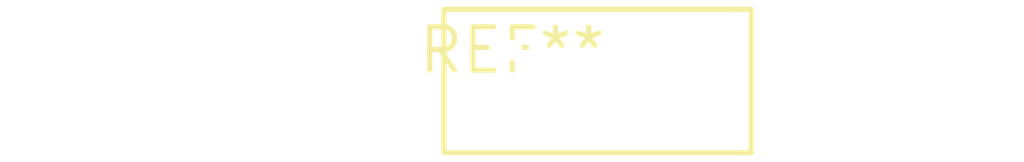
<source format=kicad_pcb>
(kicad_pcb (version 20240108) (generator pcbnew)
  (layers (0 "F.Cu" signal) (31 "B.Cu" signal) (34 "B.Paste" user) (35 "F.Paste" user) (36 "B.SilkS" user "B.Silkscreen") (37 "F.SilkS" user "F.Silkscreen") (38 "B.Mask" user) (39 "F.Mask" user) (44 "Edge.Cuts" user))
  (net 0 "")
  (footprint "RV_Disc_D9mm_W4.2mm_P5mm" (layer "F.Cu") (at 0 0)
    (property "Reference" "REF**")
    (property "Value" "RV_Disc_D9mm_W4.2mm_P5mm")
    (fp_line (start -2 -1.2) (end -2 3) (layer "F.SilkS") (stroke (width 0.15)))
    (fp_line (start -2 -1.2) (end 7 -1.2) (layer "F.SilkS") (stroke (width 0.15)))
    (fp_line (start -2 3) (end 7 3) (layer "F.SilkS") (stroke (width 0.15)))
    (fp_line (start 7 -1.2) (end 7 3) (layer "F.SilkS") (stroke (width 0.15)))
    (pad "1" thru_hole circle (at 0 0) (size 1.6 1.6) (drill 0.6) (layers *.Cu *.Mask) (remove_unused_layers))
    (pad "2" thru_hole circle (at 5 1.8) (size 1.6 1.6) (drill 0.6) (layers *.Cu *.Mask) (remove_unused_layers))
  )
)
</source>
